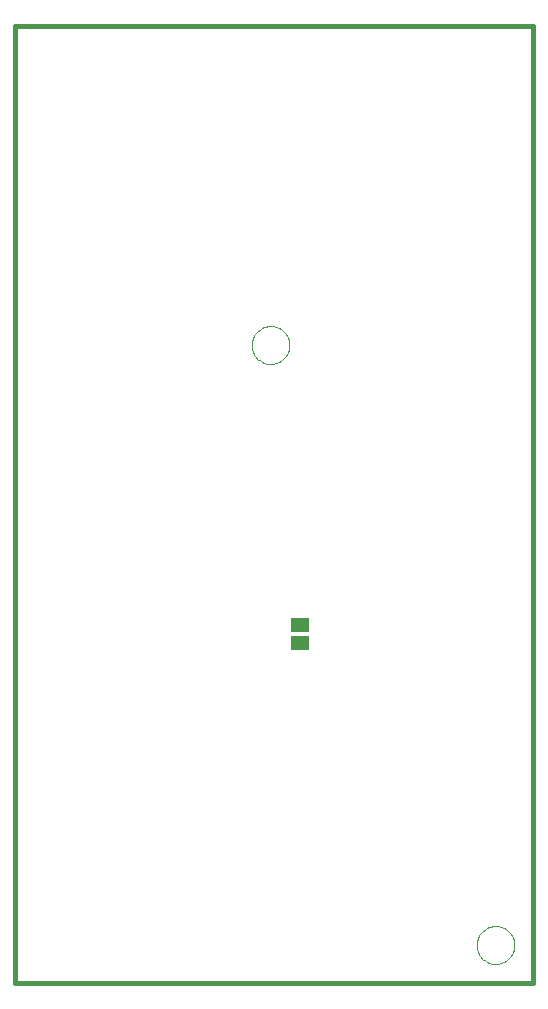
<source format=gtp>
G75*
%MOIN*%
%OFA0B0*%
%FSLAX24Y24*%
%IPPOS*%
%LPD*%
%AMOC8*
5,1,8,0,0,1.08239X$1,22.5*
%
%ADD10C,0.0160*%
%ADD11C,0.0000*%
%ADD12R,0.0630X0.0460*%
D10*
X001330Y000595D02*
X001330Y032466D01*
X018575Y032466D01*
X018575Y000595D01*
X001330Y000595D01*
D11*
X009200Y021845D02*
X009202Y021895D01*
X009208Y021945D01*
X009218Y021994D01*
X009232Y022042D01*
X009249Y022089D01*
X009270Y022134D01*
X009295Y022178D01*
X009323Y022219D01*
X009355Y022258D01*
X009389Y022295D01*
X009426Y022329D01*
X009466Y022359D01*
X009508Y022386D01*
X009552Y022410D01*
X009598Y022431D01*
X009645Y022447D01*
X009693Y022460D01*
X009743Y022469D01*
X009792Y022474D01*
X009843Y022475D01*
X009893Y022472D01*
X009942Y022465D01*
X009991Y022454D01*
X010039Y022439D01*
X010085Y022421D01*
X010130Y022399D01*
X010173Y022373D01*
X010214Y022344D01*
X010253Y022312D01*
X010289Y022277D01*
X010321Y022239D01*
X010351Y022199D01*
X010378Y022156D01*
X010401Y022112D01*
X010420Y022066D01*
X010436Y022018D01*
X010448Y021969D01*
X010456Y021920D01*
X010460Y021870D01*
X010460Y021820D01*
X010456Y021770D01*
X010448Y021721D01*
X010436Y021672D01*
X010420Y021624D01*
X010401Y021578D01*
X010378Y021534D01*
X010351Y021491D01*
X010321Y021451D01*
X010289Y021413D01*
X010253Y021378D01*
X010214Y021346D01*
X010173Y021317D01*
X010130Y021291D01*
X010085Y021269D01*
X010039Y021251D01*
X009991Y021236D01*
X009942Y021225D01*
X009893Y021218D01*
X009843Y021215D01*
X009792Y021216D01*
X009743Y021221D01*
X009693Y021230D01*
X009645Y021243D01*
X009598Y021259D01*
X009552Y021280D01*
X009508Y021304D01*
X009466Y021331D01*
X009426Y021361D01*
X009389Y021395D01*
X009355Y021432D01*
X009323Y021471D01*
X009295Y021512D01*
X009270Y021556D01*
X009249Y021601D01*
X009232Y021648D01*
X009218Y021696D01*
X009208Y021745D01*
X009202Y021795D01*
X009200Y021845D01*
X016700Y001845D02*
X016702Y001895D01*
X016708Y001945D01*
X016718Y001994D01*
X016732Y002042D01*
X016749Y002089D01*
X016770Y002134D01*
X016795Y002178D01*
X016823Y002219D01*
X016855Y002258D01*
X016889Y002295D01*
X016926Y002329D01*
X016966Y002359D01*
X017008Y002386D01*
X017052Y002410D01*
X017098Y002431D01*
X017145Y002447D01*
X017193Y002460D01*
X017243Y002469D01*
X017292Y002474D01*
X017343Y002475D01*
X017393Y002472D01*
X017442Y002465D01*
X017491Y002454D01*
X017539Y002439D01*
X017585Y002421D01*
X017630Y002399D01*
X017673Y002373D01*
X017714Y002344D01*
X017753Y002312D01*
X017789Y002277D01*
X017821Y002239D01*
X017851Y002199D01*
X017878Y002156D01*
X017901Y002112D01*
X017920Y002066D01*
X017936Y002018D01*
X017948Y001969D01*
X017956Y001920D01*
X017960Y001870D01*
X017960Y001820D01*
X017956Y001770D01*
X017948Y001721D01*
X017936Y001672D01*
X017920Y001624D01*
X017901Y001578D01*
X017878Y001534D01*
X017851Y001491D01*
X017821Y001451D01*
X017789Y001413D01*
X017753Y001378D01*
X017714Y001346D01*
X017673Y001317D01*
X017630Y001291D01*
X017585Y001269D01*
X017539Y001251D01*
X017491Y001236D01*
X017442Y001225D01*
X017393Y001218D01*
X017343Y001215D01*
X017292Y001216D01*
X017243Y001221D01*
X017193Y001230D01*
X017145Y001243D01*
X017098Y001259D01*
X017052Y001280D01*
X017008Y001304D01*
X016966Y001331D01*
X016926Y001361D01*
X016889Y001395D01*
X016855Y001432D01*
X016823Y001471D01*
X016795Y001512D01*
X016770Y001556D01*
X016749Y001601D01*
X016732Y001648D01*
X016718Y001696D01*
X016708Y001745D01*
X016702Y001795D01*
X016700Y001845D01*
D12*
X010830Y011920D03*
X010830Y012520D03*
M02*

</source>
